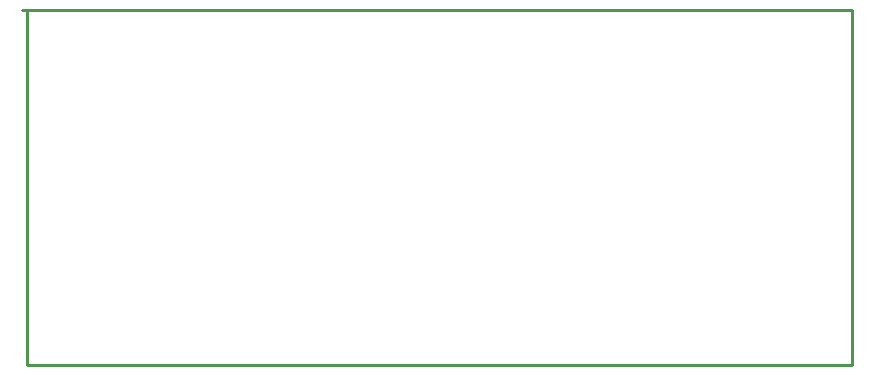
<source format=gko>
G04 ---------------------------- Layer name :KeepOutLayer *
G04 easyEDA 0.1*
G04 Scale: 100 percent, Rotated: No, Reflected: No *
G04 Dimensions in inches *
G04 leading zeros omitted , absolute positions ,2 integer and 4 *
%FSLAX24Y24*%
%MOIN*%
G90*
G70D02*

%ADD10C,0.010000*%
G54D10*
G01X50Y11776D02*
G01X27696Y11776D01*
G01X27696Y-34D01*
G01X200Y-34D01*
G01X200Y11776D01*
G01X50Y11776D01*

%LPD*%

M00*
M02*
</source>
